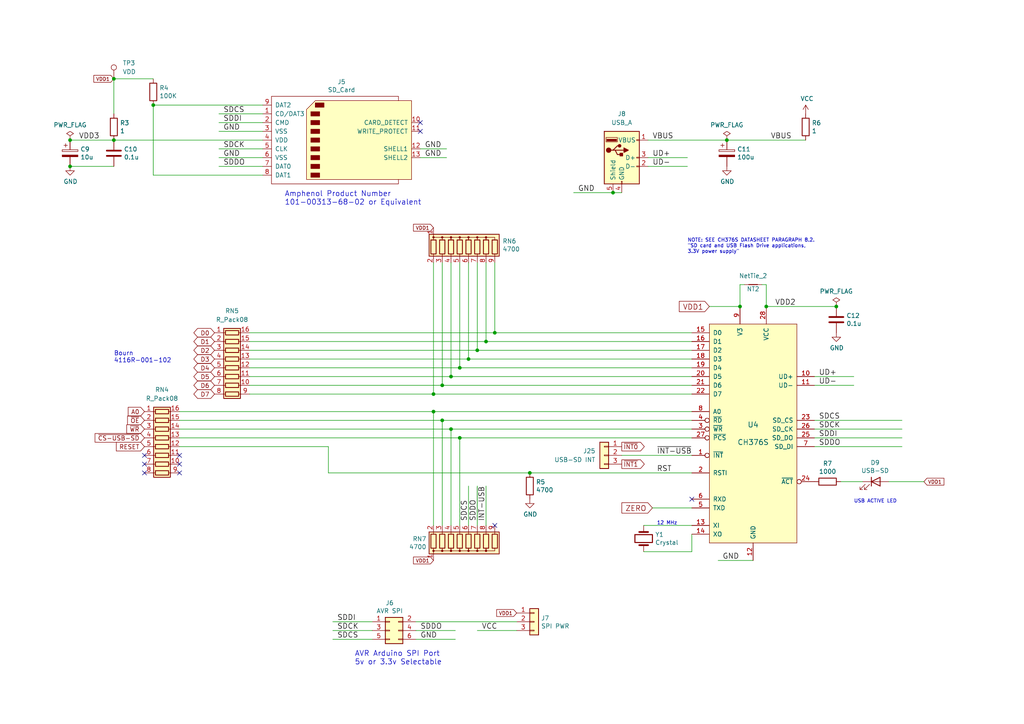
<source format=kicad_sch>
(kicad_sch (version 20211123) (generator eeschema)
  (paper "A4")
  (lib_symbols
    (symbol "CH376S:CH376S" (pin_names (offset 1.016))
      (property "Reference" "U" (at 0 -1.27 0))
      (property "Value" "CH376S" (at 0 -3.81 0))
      (symbol "CH376S_0_1"
        (rectangle (start -12.7 31.75) (end 12.7 -31.75) (fill (type background)))
      )
      (symbol "CH376S_1_1"
        (pin output inverted (at -17.78 -6.35 0) (length 5.08) (name "~{INT}") (number "1"))
        (pin bidirectional line (at 17.78 16.51 180) (length 5.08) (name "UD+") (number "10"))
        (pin bidirectional line (at 17.78 13.97 180) (length 5.08) (name "UD-") (number "11"))
        (pin power_in line (at 0 -36.83 90) (length 5.08) (name "GND") (number "12"))
        (pin input line (at -17.78 -26.67 0) (length 5.08) (name "XI") (number "13"))
        (pin output line (at -17.78 -29.21 0) (length 5.08) (name "XO") (number "14"))
        (pin bidirectional line (at -17.78 29.21 0) (length 5.08) (name "D0") (number "15"))
        (pin bidirectional line (at -17.78 26.67 0) (length 5.08) (name "D1") (number "16"))
        (pin bidirectional line (at -17.78 24.13 0) (length 5.08) (name "D2") (number "17"))
        (pin bidirectional line (at -17.78 21.59 0) (length 5.08) (name "D3") (number "18"))
        (pin bidirectional line (at -17.78 19.05 0) (length 5.08) (name "D4") (number "19"))
        (pin input line (at -17.78 -11.43 0) (length 5.08) (name "RSTI") (number "2"))
        (pin bidirectional line (at -17.78 16.51 0) (length 5.08) (name "D5") (number "20"))
        (pin bidirectional line (at -17.78 13.97 0) (length 5.08) (name "D6") (number "21"))
        (pin bidirectional line (at -17.78 11.43 0) (length 5.08) (name "D7") (number "22"))
        (pin output line (at 17.78 3.81 180) (length 5.08) (name "SD_CS") (number "23"))
        (pin output inverted (at 17.78 -13.97 180) (length 5.08) (name "~{ACT}") (number "24"))
        (pin output line (at 17.78 -1.27 180) (length 5.08) (name "SD_DO") (number "25"))
        (pin output line (at 17.78 1.27 180) (length 5.08) (name "SD_CK") (number "26"))
        (pin input inverted (at -17.78 -1.27 0) (length 5.08) (name "~{PCS}") (number "27"))
        (pin power_in line (at 3.81 36.83 270) (length 5.08) (name "VCC") (number "28"))
        (pin input inverted (at -17.78 1.27 0) (length 5.08) (name "~{WR}") (number "3"))
        (pin input inverted (at -17.78 3.81 0) (length 5.08) (name "~{RD}") (number "4"))
        (pin output line (at -17.78 -21.59 0) (length 5.08) (name "TXD") (number "5"))
        (pin input line (at -17.78 -19.05 0) (length 5.08) (name "RXD") (number "6"))
        (pin input line (at 17.78 -3.81 180) (length 5.08) (name "SD_DI") (number "7"))
        (pin input line (at -17.78 6.35 0) (length 5.08) (name "A0") (number "8"))
        (pin power_in line (at -3.81 36.83 270) (length 5.08) (name "V3") (number "9"))
      )
    )
    (symbol "Connector:SD_Card" (pin_names (offset 1.016))
      (property "Reference" "J" (at -16.51 13.97 0))
      (property "Value" "SD_Card" (at 15.24 -13.97 0))
      (symbol "SD_Card_0_1"
        (rectangle (start -8.89 -9.525) (end -6.35 -10.795) (fill (type outline)))
        (rectangle (start -8.89 -6.985) (end -6.35 -8.255) (fill (type outline)))
        (rectangle (start -8.89 -4.445) (end -6.35 -5.715) (fill (type outline)))
        (rectangle (start -8.89 -1.905) (end -6.35 -3.175) (fill (type outline)))
        (rectangle (start -8.89 0.635) (end -6.35 -0.635) (fill (type outline)))
        (rectangle (start -8.89 3.175) (end -6.35 1.905) (fill (type outline)))
        (rectangle (start -8.89 5.715) (end -6.35 4.445) (fill (type outline)))
        (rectangle (start -8.89 8.255) (end -6.35 6.985) (fill (type outline)))
        (rectangle (start -7.62 10.795) (end -5.08 9.525) (fill (type outline)))
        (polyline (pts (xy -10.16 8.89) (xy -7.62 11.43) (xy 20.32 11.43) (xy 20.32 -11.43) (xy -10.16 -11.43) (xy -10.16 8.89)) (fill (type background)))
        (polyline (pts (xy 16.51 11.43) (xy 16.51 12.7) (xy -20.32 12.7) (xy -20.32 -12.7) (xy 16.51 -12.7) (xy 16.51 -11.43)))
      )
      (symbol "SD_Card_1_1"
        (pin input line (at -22.86 7.62 0) (length 2.54) (name "CD/DAT3") (number "1"))
        (pin input line (at 22.86 5.08 180) (length 2.54) (name "CARD_DETECT") (number "10"))
        (pin input line (at 22.86 2.54 180) (length 2.54) (name "WRITE_PROTECT") (number "11"))
        (pin input line (at 22.86 -2.54 180) (length 2.54) (name "SHELL1") (number "12"))
        (pin input line (at 22.86 -5.08 180) (length 2.54) (name "SHELL2") (number "13"))
        (pin input line (at -22.86 5.08 0) (length 2.54) (name "CMD") (number "2"))
        (pin power_in line (at -22.86 2.54 0) (length 2.54) (name "VSS") (number "3"))
        (pin power_in line (at -22.86 0 0) (length 2.54) (name "VDD") (number "4"))
        (pin input line (at -22.86 -2.54 0) (length 2.54) (name "CLK") (number "5"))
        (pin power_in line (at -22.86 -5.08 0) (length 2.54) (name "VSS") (number "6"))
        (pin input line (at -22.86 -7.62 0) (length 2.54) (name "DAT0") (number "7"))
        (pin input line (at -22.86 -10.16 0) (length 2.54) (name "DAT1") (number "8"))
        (pin input line (at -22.86 10.16 0) (length 2.54) (name "DAT2") (number "9"))
      )
    )
    (symbol "Connector:TestPoint" (pin_numbers hide) (pin_names (offset 0.762) hide)
      (property "Reference" "TP" (at 0 6.858 0))
      (property "Value" "TestPoint" (at 0 5.08 0))
      (symbol "TestPoint_0_1"
        (circle (center 0 3.302) (radius 0.762))
      )
      (symbol "TestPoint_1_1"
        (pin passive line (at 0 0 90) (length 2.54) (name "1") (number "1"))
      )
    )
    (symbol "Connector:USB_A" (pin_names (offset 1.016))
      (property "Reference" "J" (at -5.08 11.43 0))
      (property "Value" "USB_A" (at -5.08 8.89 0))
      (symbol "USB_A_0_1"
        (rectangle (start -5.08 -7.62) (end 5.08 7.62) (stroke (width 0.254)) (fill (type background)))
        (circle (center -3.81 2.159) (radius 0.635) (stroke (width 0.254)) (fill (type outline)))
        (rectangle (start -1.524 4.826) (end -4.318 5.334) (fill (type outline)))
        (rectangle (start -1.27 4.572) (end -4.572 5.842))
        (circle (center -0.635 3.429) (radius 0.381) (stroke (width 0.254)) (fill (type outline)))
        (rectangle (start -0.127 -7.62) (end 0.127 -6.858))
        (polyline (pts (xy -3.175 2.159) (xy -2.54 2.159) (xy -1.27 3.429) (xy -0.635 3.429)) (stroke (width 0.254)))
        (polyline (pts (xy -2.54 2.159) (xy -1.905 2.159) (xy -1.27 0.889) (xy 0 0.889)) (stroke (width 0.254)))
        (polyline (pts (xy 0.635 2.794) (xy 0.635 1.524) (xy 1.905 2.159) (xy 0.635 2.794)) (stroke (width 0.254)) (fill (type outline)))
        (rectangle (start 0.254 1.27) (end -0.508 0.508) (stroke (width 0.254)) (fill (type outline)))
        (rectangle (start 5.08 -2.667) (end 4.318 -2.413))
        (rectangle (start 5.08 -0.127) (end 4.318 0.127))
        (rectangle (start 5.08 4.953) (end 4.318 5.207))
      )
      (symbol "USB_A_1_1"
        (polyline (pts (xy -1.905 2.159) (xy 0.635 2.159)) (stroke (width 0.254)))
        (pin power_in line (at 7.62 5.08 180) (length 2.54) (name "VBUS") (number "1"))
        (pin bidirectional line (at 7.62 -2.54 180) (length 2.54) (name "D-") (number "2"))
        (pin bidirectional line (at 7.62 0 180) (length 2.54) (name "D+") (number "3"))
        (pin power_in line (at 0 -10.16 90) (length 2.54) (name "GND") (number "4"))
        (pin passive line (at -2.54 -10.16 90) (length 2.54) (name "Shield") (number "5"))
      )
    )
    (symbol "Connector_Generic:Conn_01x03" (pin_names (offset 1.016) hide)
      (property "Reference" "J" (at 0 5.08 0))
      (property "Value" "Conn_01x03" (at 0 -5.08 0))
      (symbol "Conn_01x03_1_1"
        (rectangle (start -1.27 -2.413) (end 0 -2.667) (stroke (width 0.1524)))
        (rectangle (start -1.27 0.127) (end 0 -0.127) (stroke (width 0.1524)))
        (rectangle (start -1.27 2.667) (end 0 2.413) (stroke (width 0.1524)))
        (rectangle (start -1.27 3.81) (end 1.27 -3.81) (stroke (width 0.254)) (fill (type background)))
        (pin passive line (at -5.08 2.54 0) (length 3.81) (name "Pin_1") (number "1"))
        (pin passive line (at -5.08 0 0) (length 3.81) (name "Pin_2") (number "2"))
        (pin passive line (at -5.08 -2.54 0) (length 3.81) (name "Pin_3") (number "3"))
      )
    )
    (symbol "Connector_Generic:Conn_02x03_Odd_Even" (pin_names (offset 1.016) hide)
      (property "Reference" "J" (at 1.27 5.08 0))
      (property "Value" "Conn_02x03_Odd_Even" (at 1.27 -5.08 0))
      (symbol "Conn_02x03_Odd_Even_1_1"
        (rectangle (start -1.27 -2.413) (end 0 -2.667) (stroke (width 0.1524)))
        (rectangle (start -1.27 0.127) (end 0 -0.127) (stroke (width 0.1524)))
        (rectangle (start -1.27 2.667) (end 0 2.413) (stroke (width 0.1524)))
        (rectangle (start -1.27 3.81) (end 3.81 -3.81) (stroke (width 0.254)) (fill (type background)))
        (rectangle (start 3.81 -2.413) (end 2.54 -2.667) (stroke (width 0.1524)))
        (rectangle (start 3.81 0.127) (end 2.54 -0.127) (stroke (width 0.1524)))
        (rectangle (start 3.81 2.667) (end 2.54 2.413) (stroke (width 0.1524)))
        (pin passive line (at -5.08 2.54 0) (length 3.81) (name "Pin_1") (number "1"))
        (pin passive line (at 7.62 2.54 180) (length 3.81) (name "Pin_2") (number "2"))
        (pin passive line (at -5.08 0 0) (length 3.81) (name "Pin_3") (number "3"))
        (pin passive line (at 7.62 0 180) (length 3.81) (name "Pin_4") (number "4"))
        (pin passive line (at -5.08 -2.54 0) (length 3.81) (name "Pin_5") (number "5"))
        (pin passive line (at 7.62 -2.54 180) (length 3.81) (name "Pin_6") (number "6"))
      )
    )
    (symbol "Device:C" (pin_numbers hide) (pin_names (offset 0.254))
      (property "Reference" "C" (at 0.635 2.54 0))
      (property "Value" "C" (at 0.635 -2.54 0))
      (symbol "C_0_1"
        (polyline (pts (xy -2.032 -0.762) (xy 2.032 -0.762)) (stroke (width 0.508)))
        (polyline (pts (xy -2.032 0.762) (xy 2.032 0.762)) (stroke (width 0.508)))
      )
      (symbol "C_1_1"
        (pin passive line (at 0 3.81 270) (length 2.794) (name "~") (number "1"))
        (pin passive line (at 0 -3.81 90) (length 2.794) (name "~") (number "2"))
      )
    )
    (symbol "Device:C_Polarized" (pin_numbers hide) (pin_names (offset 0.254))
      (property "Reference" "C" (at 0.635 2.54 0))
      (property "Value" "C_Polarized" (at 0.635 -2.54 0))
      (symbol "C_Polarized_0_1"
        (rectangle (start -2.286 0.508) (end 2.286 1.016))
        (polyline (pts (xy -1.778 2.286) (xy -0.762 2.286)))
        (polyline (pts (xy -1.27 2.794) (xy -1.27 1.778)))
        (rectangle (start 2.286 -0.508) (end -2.286 -1.016) (fill (type outline)))
      )
      (symbol "C_Polarized_1_1"
        (pin passive line (at 0 3.81 270) (length 2.794) (name "~") (number "1"))
        (pin passive line (at 0 -3.81 90) (length 2.794) (name "~") (number "2"))
      )
    )
    (symbol "Device:Crystal" (pin_numbers hide) (pin_names (offset 1.016) hide)
      (property "Reference" "Y" (at 0 3.81 0))
      (property "Value" "Crystal" (at 0 -3.81 0))
      (symbol "Crystal_0_1"
        (rectangle (start -1.143 2.54) (end 1.143 -2.54) (stroke (width 0.3048)))
        (polyline (pts (xy -2.54 0) (xy -1.905 0)))
        (polyline (pts (xy -1.905 -1.27) (xy -1.905 1.27)) (stroke (width 0.508)))
        (polyline (pts (xy 1.905 -1.27) (xy 1.905 1.27)) (stroke (width 0.508)))
        (polyline (pts (xy 2.54 0) (xy 1.905 0)))
      )
      (symbol "Crystal_1_1"
        (pin passive line (at -3.81 0 0) (length 1.27) (name "1") (number "1"))
        (pin passive line (at 3.81 0 180) (length 1.27) (name "2") (number "2"))
      )
    )
    (symbol "Device:LED" (pin_numbers hide) (pin_names (offset 1.016) hide)
      (property "Reference" "D" (at 0 2.54 0))
      (property "Value" "LED" (at 0 -2.54 0))
      (symbol "LED_0_1"
        (polyline (pts (xy -1.27 -1.27) (xy -1.27 1.27)) (stroke (width 0.254)))
        (polyline (pts (xy -1.27 0) (xy 1.27 0)))
        (polyline (pts (xy 1.27 -1.27) (xy 1.27 1.27) (xy -1.27 0) (xy 1.27 -1.27)) (stroke (width 0.254)))
        (polyline (pts (xy -3.048 -0.762) (xy -4.572 -2.286) (xy -3.81 -2.286) (xy -4.572 -2.286) (xy -4.572 -1.524)))
        (polyline (pts (xy -1.778 -0.762) (xy -3.302 -2.286) (xy -2.54 -2.286) (xy -3.302 -2.286) (xy -3.302 -1.524)))
      )
      (symbol "LED_1_1"
        (pin passive line (at -3.81 0 0) (length 2.54) (name "K") (number "1"))
        (pin passive line (at 3.81 0 180) (length 2.54) (name "A") (number "2"))
      )
    )
    (symbol "Device:NetTie_2" (pin_numbers hide) (pin_names (offset 0) hide) (in_bom no)
      (property "Reference" "NT" (at 0 1.27 0))
      (property "Value" "NetTie_2" (at 0 -1.27 0))
      (symbol "NetTie_2_0_1"
        (polyline (pts (xy -1.27 0) (xy 1.27 0)) (stroke (width 0.254)))
      )
      (symbol "NetTie_2_1_1"
        (pin passive line (at -2.54 0 0) (length 2.54) (name "1") (number "1"))
        (pin passive line (at 2.54 0 180) (length 2.54) (name "2") (number "2"))
      )
    )
    (symbol "Device:R" (pin_numbers hide) (pin_names (offset 0))
      (property "Reference" "R" (at 2.032 0 90))
      (property "Value" "R" (at 0 0 90))
      (symbol "R_0_1"
        (rectangle (start -1.016 -2.54) (end 1.016 2.54) (stroke (width 0.254)))
      )
      (symbol "R_1_1"
        (pin passive line (at 0 3.81 270) (length 1.27) (name "~") (number "1"))
        (pin passive line (at 0 -3.81 90) (length 1.27) (name "~") (number "2"))
      )
    )
    (symbol "Device:R_Network08" (pin_names (offset 0) hide)
      (property "Reference" "RN" (at -12.7 0 90))
      (property "Value" "R_Network08" (at 10.16 0 90))
      (symbol "R_Network08_0_1"
        (rectangle (start -11.43 -3.175) (end 8.89 3.175) (stroke (width 0.254)) (fill (type background)))
        (rectangle (start -10.922 1.524) (end -9.398 -2.54) (stroke (width 0.254)))
        (circle (center -10.16 2.286) (radius 0.254) (fill (type outline)))
        (rectangle (start -8.382 1.524) (end -6.858 -2.54) (stroke (width 0.254)))
        (circle (center -7.62 2.286) (radius 0.254) (fill (type outline)))
        (rectangle (start -5.842 1.524) (end -4.318 -2.54) (stroke (width 0.254)))
        (circle (center -5.08 2.286) (radius 0.254) (fill (type outline)))
        (rectangle (start -3.302 1.524) (end -1.778 -2.54) (stroke (width 0.254)))
        (circle (center -2.54 2.286) (radius 0.254) (fill (type outline)))
        (rectangle (start -0.762 1.524) (end 0.762 -2.54) (stroke (width 0.254)))
        (polyline (pts (xy -10.16 -2.54) (xy -10.16 -3.81)))
        (polyline (pts (xy -7.62 -2.54) (xy -7.62 -3.81)))
        (polyline (pts (xy -5.08 -2.54) (xy -5.08 -3.81)))
        (polyline (pts (xy -2.54 -2.54) (xy -2.54 -3.81)))
        (polyline (pts (xy 0 -2.54) (xy 0 -3.81)))
        (polyline (pts (xy 2.54 -2.54) (xy 2.54 -3.81)))
        (polyline (pts (xy 5.08 -2.54) (xy 5.08 -3.81)))
        (polyline (pts (xy 7.62 -2.54) (xy 7.62 -3.81)))
        (polyline (pts (xy -10.16 1.524) (xy -10.16 2.286) (xy -7.62 2.286) (xy -7.62 1.524)))
        (polyline (pts (xy -7.62 1.524) (xy -7.62 2.286) (xy -5.08 2.286) (xy -5.08 1.524)))
        (polyline (pts (xy -5.08 1.524) (xy -5.08 2.286) (xy -2.54 2.286) (xy -2.54 1.524)))
        (polyline (pts (xy -2.54 1.524) (xy -2.54 2.286) (xy 0 2.286) (xy 0 1.524)))
        (polyline (pts (xy 0 1.524) (xy 0 2.286) (xy 2.54 2.286) (xy 2.54 1.524)))
        (polyline (pts (xy 2.54 1.524) (xy 2.54 2.286) (xy 5.08 2.286) (xy 5.08 1.524)))
        (polyline (pts (xy 5.08 1.524) (xy 5.08 2.286) (xy 7.62 2.286) (xy 7.62 1.524)))
        (circle (center 0 2.286) (radius 0.254) (fill (type outline)))
        (rectangle (start 1.778 1.524) (end 3.302 -2.54) (stroke (width 0.254)))
        (circle (center 2.54 2.286) (radius 0.254) (fill (type outline)))
        (rectangle (start 4.318 1.524) (end 5.842 -2.54) (stroke (width 0.254)))
        (circle (center 5.08 2.286) (radius 0.254) (fill (type outline)))
        (rectangle (start 6.858 1.524) (end 8.382 -2.54) (stroke (width 0.254)))
      )
      (symbol "R_Network08_1_1"
        (pin passive line (at -10.16 5.08 270) (length 2.54) (name "common") (number "1"))
        (pin passive line (at -10.16 -5.08 90) (length 1.27) (name "R1") (number "2"))
        (pin passive line (at -7.62 -5.08 90) (length 1.27) (name "R2") (number "3"))
        (pin passive line (at -5.08 -5.08 90) (length 1.27) (name "R3") (number "4"))
        (pin passive line (at -2.54 -5.08 90) (length 1.27) (name "R4") (number "5"))
        (pin passive line (at 0 -5.08 90) (length 1.27) (name "R5") (number "6"))
        (pin passive line (at 2.54 -5.08 90) (length 1.27) (name "R6") (number "7"))
        (pin passive line (at 5.08 -5.08 90) (length 1.27) (name "R7") (number "8"))
        (pin passive line (at 7.62 -5.08 90) (length 1.27) (name "R8") (number "9"))
      )
    )
    (symbol "Device:R_Pack08" (pin_names (offset 0) hide)
      (property "Reference" "RN" (at -12.7 0 90))
      (property "Value" "R_Pack08" (at 10.16 0 90))
      (symbol "R_Pack08_0_1"
        (rectangle (start -11.43 -2.413) (end 8.89 2.413) (stroke (width 0.254)) (fill (type background)))
        (rectangle (start -10.795 1.905) (end -9.525 -1.905) (stroke (width 0.254)))
        (rectangle (start -8.255 1.905) (end -6.985 -1.905) (stroke (width 0.254)))
        (rectangle (start -5.715 1.905) (end -4.445 -1.905) (stroke (width 0.254)))
        (rectangle (start -3.175 1.905) (end -1.905 -1.905) (stroke (width 0.254)))
        (rectangle (start -0.635 1.905) (end 0.635 -1.905) (stroke (width 0.254)))
        (polyline (pts (xy -10.16 -2.54) (xy -10.16 -1.905)))
        (polyline (pts (xy -10.16 1.905) (xy -10.16 2.54)))
        (polyline (pts (xy -7.62 -2.54) (xy -7.62 -1.905)))
        (polyline (pts (xy -7.62 1.905) (xy -7.62 2.54)))
        (polyline (pts (xy -5.08 -2.54) (xy -5.08 -1.905)))
        (polyline (pts (xy -5.08 1.905) (xy -5.08 2.54)))
        (polyline (pts (xy -2.54 -2.54) (xy -2.54 -1.905)))
        (polyline (pts (xy -2.54 1.905) (xy -2.54 2.54)))
        (polyline (pts (xy 0 -2.54) (xy 0 -1.905)))
        (polyline (pts (xy 0 1.905) (xy 0 2.54)))
        (polyline (pts (xy 2.54 -2.54) (xy 2.54 -1.905)))
        (polyline (pts (xy 2.54 1.905) (xy 2.54 2.54)))
        (polyline (pts (xy 5.08 -2.54) (xy 5.08 -1.905)))
        (polyline (pts (xy 5.08 1.905) (xy 5.08 2.54)))
        (polyline (pts (xy 7.62 -2.54) (xy 7.62 -1.905)))
        (polyline (pts (xy 7.62 1.905) (xy 7.62 2.54)))
        (rectangle (start 1.905 1.905) (end 3.175 -1.905) (stroke (width 0.254)))
        (rectangle (start 4.445 1.905) (end 5.715 -1.905) (stroke (width 0.254)))
        (rectangle (start 6.985 1.905) (end 8.255 -1.905) (stroke (width 0.254)))
      )
      (symbol "R_Pack08_1_1"
        (pin passive line (at -10.16 -5.08 90) (length 2.54) (name "R1.1") (number "1"))
        (pin passive line (at 5.08 5.08 270) (length 2.54) (name "R7.2") (number "10"))
        (pin passive line (at 2.54 5.08 270) (length 2.54) (name "R6.2") (number "11"))
        (pin passive line (at 0 5.08 270) (length 2.54) (name "R5.2") (number "12"))
        (pin passive line (at -2.54 5.08 270) (length 2.54) (name "R4.2") (number "13"))
        (pin passive line (at -5.08 5.08 270) (length 2.54) (name "R3.2") (number "14"))
        (pin passive line (at -7.62 5.08 270) (length 2.54) (name "R2.2") (number "15"))
        (pin passive line (at -10.16 5.08 270) (length 2.54) (name "R1.2") (number "16"))
        (pin passive line (at -7.62 -5.08 90) (length 2.54) (name "R2.1") (number "2"))
        (pin passive line (at -5.08 -5.08 90) (length 2.54) (name "R3.1") (number "3"))
        (pin passive line (at -2.54 -5.08 90) (length 2.54) (name "R4.1") (number "4"))
        (pin passive line (at 0 -5.08 90) (length 2.54) (name "R5.1") (number "5"))
        (pin passive line (at 2.54 -5.08 90) (length 2.54) (name "R6.1") (number "6"))
        (pin passive line (at 5.08 -5.08 90) (length 2.54) (name "R7.1") (number "7"))
        (pin passive line (at 7.62 -5.08 90) (length 2.54) (name "R8.1") (number "8"))
        (pin passive line (at 7.62 5.08 270) (length 2.54) (name "R8.2") (number "9"))
      )
    )
    (symbol "power:GND" (power) (pin_names (offset 0))
      (property "Value" "GND" (at 0 -3.81 0))
      (symbol "GND_0_1"
        (polyline (pts (xy 0 0) (xy 0 -1.27) (xy 1.27 -1.27) (xy 0 -2.54) (xy -1.27 -1.27) (xy 0 -1.27)))
      )
      (symbol "GND_1_1"
        (pin power_in line (at 0 0 270) (length 0) hide (name "GND") (number "1"))
      )
    )
    (symbol "power:PWR_FLAG" (power) (pin_numbers hide) (pin_names (offset 0) hide)
      (property "Value" "PWR_FLAG" (at 0 3.81 0))
      (symbol "PWR_FLAG_0_0"
        (pin power_out line (at 0 0 90) (length 0) (name "pwr") (number "1"))
      )
      (symbol "PWR_FLAG_0_1"
        (polyline (pts (xy 0 0) (xy 0 1.27) (xy -1.016 1.905) (xy 0 2.54) (xy 1.016 1.905) (xy 0 1.27)))
      )
    )
    (symbol "power:VCC" (power) (pin_names (offset 0))
      (property "Value" "VCC" (at 0 3.81 0))
      (symbol "VCC_0_1"
        (polyline (pts (xy -0.762 1.27) (xy 0 2.54)))
        (polyline (pts (xy 0 0) (xy 0 2.54)))
        (polyline (pts (xy 0 2.54) (xy 0.762 1.27)))
      )
      (symbol "VCC_1_1"
        (pin power_in line (at 0 0 90) (length 0) hide (name "VCC") (number "1"))
      )
    )
  )
  (junction (at 153.67 137.16))
  (junction (at 143.51 96.52))
  (junction (at 128.27 121.92))
  (junction (at 140.97 99.06))
  (junction (at 130.81 124.46))
  (junction (at 135.89 104.14))
  (junction (at 130.81 109.22))
  (junction (at 128.27 111.76))
  (junction (at 125.73 119.38))
  (junction (at 20.32 48.26))
  (junction (at 33.02 22.86))
  (junction (at 20.32 40.64))
  (junction (at 138.43 101.6))
  (junction (at 133.35 106.68))
  (junction (at 133.35 127))
  (junction (at 214.63 88.9))
  (junction (at 125.73 114.3))
  (junction (at 44.45 30.48))
  (junction (at 242.57 88.9))
  (junction (at 222.25 88.9))
  (junction (at 210.82 40.64))
  (junction (at 177.8 55.88))
  (junction (at 33.02 40.64))
  (no_connect (at 121.92 38.1))
  (no_connect (at 41.91 134.62))
  (no_connect (at 121.92 35.56))
  (no_connect (at 200.66 144.78))
  (no_connect (at 41.91 137.16))
  (no_connect (at 143.51 152.4))
  (no_connect (at 52.07 134.62))
  (no_connect (at 52.07 137.16))
  (no_connect (at 52.07 132.08))
  (no_connect (at 41.91 132.08))
  (wire (pts (xy 236.22 124.46) (xy 261.62 124.46)))
  (wire (pts (xy 236.22 121.92) (xy 261.62 121.92)))
  (wire (pts (xy 33.02 40.64) (xy 76.2 40.64)))
  (wire (pts (xy 180.34 132.08) (xy 200.66 132.08)))
  (wire (pts (xy 72.39 101.6) (xy 138.43 101.6)))
  (wire (pts (xy 95.25 129.54) (xy 95.25 137.16)))
  (wire (pts (xy 200.66 160.02) (xy 186.69 160.02)))
  (wire (pts (xy 133.35 127) (xy 200.66 127)))
  (wire (pts (xy 72.39 104.14) (xy 135.89 104.14)))
  (wire (pts (xy 247.65 109.22) (xy 236.22 109.22)))
  (wire (pts (xy 129.54 43.18) (xy 121.92 43.18)))
  (wire (pts (xy 120.65 182.88) (xy 132.08 182.88)))
  (wire (pts (xy 130.81 124.46) (xy 200.66 124.46)))
  (wire (pts (xy 243.84 139.7) (xy 250.19 139.7)))
  (wire (pts (xy 72.39 111.76) (xy 128.27 111.76)))
  (wire (pts (xy 140.97 76.2) (xy 140.97 99.06)))
  (wire (pts (xy 63.5 33.02) (xy 76.2 33.02)))
  (wire (pts (xy 95.25 137.16) (xy 153.67 137.16)))
  (wire (pts (xy 52.07 119.38) (xy 125.73 119.38)))
  (wire (pts (xy 96.52 180.34) (xy 107.95 180.34)))
  (wire (pts (xy 205.74 88.9) (xy 214.63 88.9)))
  (wire (pts (xy 220.98 82.55) (xy 222.25 82.55)))
  (wire (pts (xy 187.96 45.72) (xy 199.39 45.72)))
  (wire (pts (xy 44.45 30.48) (xy 44.45 50.8)))
  (wire (pts (xy 200.66 154.94) (xy 200.66 160.02)))
  (wire (pts (xy 72.39 96.52) (xy 143.51 96.52)))
  (wire (pts (xy 186.69 152.4) (xy 200.66 152.4)))
  (wire (pts (xy 125.73 152.4) (xy 125.73 119.38)))
  (wire (pts (xy 177.8 55.88) (xy 180.34 55.88)))
  (wire (pts (xy 72.39 109.22) (xy 130.81 109.22)))
  (wire (pts (xy 125.73 114.3) (xy 200.66 114.3)))
  (wire (pts (xy 96.52 185.42) (xy 107.95 185.42)))
  (wire (pts (xy 76.2 35.56) (xy 63.5 35.56)))
  (wire (pts (xy 128.27 76.2) (xy 128.27 111.76)))
  (wire (pts (xy 236.22 127) (xy 261.62 127)))
  (wire (pts (xy 130.81 152.4) (xy 130.81 124.46)))
  (wire (pts (xy 153.67 137.16) (xy 200.66 137.16)))
  (wire (pts (xy 76.2 38.1) (xy 63.5 38.1)))
  (wire (pts (xy 135.89 104.14) (xy 200.66 104.14)))
  (wire (pts (xy 120.65 185.42) (xy 132.08 185.42)))
  (wire (pts (xy 199.39 48.26) (xy 187.96 48.26)))
  (wire (pts (xy 128.27 111.76) (xy 200.66 111.76)))
  (wire (pts (xy 33.02 40.64) (xy 20.32 40.64)))
  (wire (pts (xy 267.97 139.7) (xy 257.81 139.7)))
  (wire (pts (xy 138.43 182.88) (xy 149.86 182.88)))
  (wire (pts (xy 52.07 129.54) (xy 95.25 129.54)))
  (wire (pts (xy 187.96 40.64) (xy 210.82 40.64)))
  (wire (pts (xy 130.81 109.22) (xy 200.66 109.22)))
  (wire (pts (xy 76.2 43.18) (xy 63.5 43.18)))
  (wire (pts (xy 20.32 48.26) (xy 33.02 48.26)))
  (wire (pts (xy 128.27 121.92) (xy 200.66 121.92)))
  (wire (pts (xy 177.8 55.88) (xy 166.37 55.88)))
  (wire (pts (xy 76.2 45.72) (xy 63.5 45.72)))
  (wire (pts (xy 133.35 76.2) (xy 133.35 106.68)))
  (wire (pts (xy 236.22 129.54) (xy 261.62 129.54)))
  (wire (pts (xy 222.25 82.55) (xy 222.25 88.9)))
  (wire (pts (xy 72.39 99.06) (xy 140.97 99.06)))
  (wire (pts (xy 130.81 76.2) (xy 130.81 109.22)))
  (wire (pts (xy 33.02 22.86) (xy 44.45 22.86)))
  (wire (pts (xy 125.73 119.38) (xy 200.66 119.38)))
  (wire (pts (xy 140.97 140.97) (xy 140.97 152.4)))
  (wire (pts (xy 129.54 45.72) (xy 121.92 45.72)))
  (wire (pts (xy 214.63 82.55) (xy 215.9 82.55)))
  (wire (pts (xy 96.52 182.88) (xy 107.95 182.88)))
  (wire (pts (xy 128.27 152.4) (xy 128.27 121.92)))
  (wire (pts (xy 52.07 124.46) (xy 130.81 124.46)))
  (wire (pts (xy 138.43 76.2) (xy 138.43 101.6)))
  (wire (pts (xy 52.07 121.92) (xy 128.27 121.92)))
  (wire (pts (xy 44.45 50.8) (xy 76.2 50.8)))
  (wire (pts (xy 143.51 76.2) (xy 143.51 96.52)))
  (wire (pts (xy 72.39 114.3) (xy 125.73 114.3)))
  (wire (pts (xy 76.2 48.26) (xy 63.5 48.26)))
  (wire (pts (xy 208.28 162.56) (xy 218.44 162.56)))
  (wire (pts (xy 135.89 152.4) (xy 135.89 140.97)))
  (wire (pts (xy 138.43 101.6) (xy 200.66 101.6)))
  (wire (pts (xy 143.51 96.52) (xy 200.66 96.52)))
  (wire (pts (xy 52.07 127) (xy 133.35 127)))
  (wire (pts (xy 138.43 140.97) (xy 138.43 152.4)))
  (wire (pts (xy 247.65 111.76) (xy 236.22 111.76)))
  (wire (pts (xy 210.82 40.64) (xy 233.68 40.64)))
  (wire (pts (xy 133.35 106.68) (xy 72.39 106.68)))
  (wire (pts (xy 120.65 180.34) (xy 149.86 180.34)))
  (wire (pts (xy 214.63 88.9) (xy 214.63 82.55)))
  (wire (pts (xy 189.23 147.32) (xy 200.66 147.32)))
  (wire (pts (xy 33.02 22.86) (xy 33.02 33.02)))
  (wire (pts (xy 222.25 88.9) (xy 242.57 88.9)))
  (wire (pts (xy 133.35 106.68) (xy 200.66 106.68)))
  (wire (pts (xy 140.97 99.06) (xy 200.66 99.06)))
  (wire (pts (xy 133.35 127) (xy 133.35 152.4)))
  (wire (pts (xy 44.45 30.48) (xy 76.2 30.48)))
  (wire (pts (xy 135.89 76.2) (xy 135.89 104.14)))
  (wire (pts (xy 125.73 76.2) (xy 125.73 114.3)))
  (text "12 MHz" (at 190.5 152.4 0) (effects (font (size 1.016 1.016)) (justify left bottom)))
  (text "Amphenol Product Number \n101-00313-68-02 or Equivalent" (at 82.55 59.69 0) (effects (font (size 1.524 1.524)) (justify left bottom)))
  (text "AVR Arduino SPI Port\n5v or 3.3v Selectable" (at 102.87 193.04 0) (effects (font (size 1.524 1.524)) (justify left bottom)))
  (text "USB ACTIVE LED" (at 247.65 146.05 0) (effects (font (size 1.016 1.016)) (justify left bottom)))
  (text "Bourn\n4116R-001-102" (at 33.02 105.41 0) (effects (font (size 1.27 1.27)) (justify left bottom)))
  (text "NOTE: SEE CH376S DATASHEET PARAGRAPH 8.2. \n\"SD card and USB Flash Drive applications, \n3.3V power supply\"" (at 199.39 73.66 0) (effects (font (size 1.016 1.016)) (justify left bottom)))
  (label "GND" (at 123.19 43.18 0) (effects (font (size 1.524 1.524))))
  (label "GND" (at 121.92 185.42 0) (effects (font (size 1.524 1.524))))
  (label "UD-" (at 189.23 48.26 0) (effects (font (size 1.524 1.524))))
  (label "SDCK" (at 237.49 124.46 0) (effects (font (size 1.524 1.524))))
  (label "GND" (at 64.77 38.1 0) (effects (font (size 1.524 1.524))))
  (label "SDCS" (at 237.49 121.92 0) (effects (font (size 1.524 1.524))))
  (label "SDCK" (at 97.79 182.88 0) (effects (font (size 1.524 1.524))))
  (label "GND" (at 167.64 55.88 0) (effects (font (size 1.524 1.524))))
  (label "SDDO" (at 138.43 151.13 90) (effects (font (size 1.524 1.524))))
  (label "SDDI" (at 97.79 180.34 0) (effects (font (size 1.524 1.524))))
  (label "SDDO" (at 237.49 129.54 0) (effects (font (size 1.524 1.524))))
  (label "~{INT-USB}" (at 190.5 132.08 0) (effects (font (size 1.524 1.524))))
  (label "UD+" (at 237.49 109.22 0) (effects (font (size 1.524 1.524))))
  (label "VDD2" (at 224.79 88.9 0) (effects (font (size 1.524 1.524))))
  (label "GND" (at 64.77 45.72 0) (effects (font (size 1.524 1.524))))
  (label "SDDO" (at 64.77 48.26 0) (effects (font (size 1.524 1.524))))
  (label "RST" (at 190.5 137.16 0) (effects (font (size 1.524 1.524))))
  (label "SDDO" (at 121.92 182.88 0) (effects (font (size 1.524 1.524))))
  (label "UD+" (at 189.23 45.72 0) (effects (font (size 1.524 1.524))))
  (label "SDDI" (at 237.49 127 0) (effects (font (size 1.524 1.524))))
  (label "SDDI" (at 64.77 35.56 0) (effects (font (size 1.524 1.524))))
  (label "UD-" (at 237.49 111.76 0) (effects (font (size 1.524 1.524))))
  (label "GND" (at 209.55 162.56 0) (effects (font (size 1.524 1.524))))
  (label "VBUS" (at 189.23 40.64 0) (effects (font (size 1.524 1.524))))
  (label "SDCS" (at 135.89 151.13 90) (effects (font (size 1.524 1.524))))
  (label "VDD3" (at 22.86 40.64 0) (effects (font (size 1.524 1.524))))
  (label "SDCS" (at 97.79 185.42 0) (effects (font (size 1.524 1.524))))
  (label "VBUS" (at 223.52 40.64 0) (effects (font (size 1.524 1.524))))
  (label "GND" (at 123.19 45.72 0) (effects (font (size 1.524 1.524))))
  (label "VCC" (at 139.7 182.88 0) (effects (font (size 1.524 1.524))))
  (label "~{INT-USB}" (at 140.97 151.13 90) (effects (font (size 1.524 1.524))))
  (label "SDCS" (at 64.77 33.02 0) (effects (font (size 1.524 1.524))))
  (label "SDCK" (at 64.77 43.18 0) (effects (font (size 1.524 1.524))))
  (global_label "~{INT0}" (shape output) (at 180.34 129.54 0) (property "Intersheet References" "${INTERSHEET_REFS}" (effects hide)))
  (global_label "D3" (shape bidirectional) (at 62.23 104.14 180) (property "Intersheet References" "${INTERSHEET_REFS}" (effects hide)))
  (global_label "ZERO" (shape input) (at 189.23 147.32 180) (effects (font (size 1.524 1.524))) (property "Intersheet References" "${INTERSHEET_REFS}" (effects hide)))
  (global_label "D7" (shape bidirectional) (at 62.23 114.3 180) (property "Intersheet References" "${INTERSHEET_REFS}" (effects hide)))
  (global_label "VDD1" (shape input) (at 205.74 88.9 180) (effects (font (size 1.524 1.524))) (property "Intersheet References" "${INTERSHEET_REFS}" (effects hide)))
  (global_label "~{INT1}" (shape output) (at 180.34 134.62 0) (property "Intersheet References" "${INTERSHEET_REFS}" (effects hide)))
  (global_label "~{OE}" (shape input) (at 41.91 121.92 180) (property "Intersheet References" "${INTERSHEET_REFS}" (effects hide)))
  (global_label "D2" (shape bidirectional) (at 62.23 101.6 180) (property "Intersheet References" "${INTERSHEET_REFS}" (effects hide)))
  (global_label "~{WR}" (shape input) (at 41.91 124.46 180) (property "Intersheet References" "${INTERSHEET_REFS}" (effects hide)))
  (global_label "A0" (shape input) (at 41.91 119.38 180) (property "Intersheet References" "${INTERSHEET_REFS}" (effects hide)))
  (global_label "VDD1" (shape input) (at 125.73 162.56 180) (effects (font (size 1.016 1.016))) (property "Intersheet References" "${INTERSHEET_REFS}" (effects hide)))
  (global_label "VDD1" (shape input) (at 125.73 66.04 180) (effects (font (size 1.016 1.016))) (property "Intersheet References" "${INTERSHEET_REFS}" (effects hide)))
  (global_label "D5" (shape bidirectional) (at 62.23 109.22 180) (property "Intersheet References" "${INTERSHEET_REFS}" (effects hide)))
  (global_label "D4" (shape bidirectional) (at 62.23 106.68 180) (property "Intersheet References" "${INTERSHEET_REFS}" (effects hide)))
  (global_label "RESET" (shape input) (at 41.91 129.54 180) (property "Intersheet References" "${INTERSHEET_REFS}" (effects hide)))
  (global_label "VDD1" (shape input) (at 149.86 177.8 180) (effects (font (size 1.016 1.016))) (property "Intersheet References" "${INTERSHEET_REFS}" (effects hide)))
  (global_label "D1" (shape bidirectional) (at 62.23 99.06 180) (property "Intersheet References" "${INTERSHEET_REFS}" (effects hide)))
  (global_label "VDD1" (shape input) (at 267.97 139.7 0) (effects (font (size 1.016 1.016))) (property "Intersheet References" "${INTERSHEET_REFS}" (effects hide)))
  (global_label "D6" (shape bidirectional) (at 62.23 111.76 180) (property "Intersheet References" "${INTERSHEET_REFS}" (effects hide)))
  (global_label "~{CS-USB-SD}" (shape input) (at 41.91 127 180) (property "Intersheet References" "${INTERSHEET_REFS}" (effects hide)))
  (global_label "D0" (shape bidirectional) (at 62.23 96.52 180) (property "Intersheet References" "${INTERSHEET_REFS}" (effects hide)))
  (global_label "VDD1" (shape input) (at 33.02 22.86 180) (effects (font (size 1.016 1.016))) (property "Intersheet References" "${INTERSHEET_REFS}" (effects hide)))
  (symbol (lib_id "Device:C_Polarized") (at 20.32 44.45 0) (unit 1)
    (property "Reference" "C9" (at 23.3172 43.2816 0) (effects (justify left)))
    (property "Value" "10u" (at 23.3172 45.593 0) (effects (justify left)))
    (property "Footprint" "Capacitor_THT:CP_Radial_D5.0mm_P2.50mm" (effects hide))
  )
  (symbol (lib_id "Device:C_Polarized") (at 210.82 44.45 0) (unit 1)
    (property "Reference" "C11" (at 213.8172 43.2816 0) (effects (justify left)))
    (property "Value" "100u" (at 213.8172 45.593 0) (effects (justify left)))
    (property "Footprint" "Capacitor_THT:CP_Radial_D6.3mm_P2.50mm" (effects hide))
  )
  (symbol (lib_id "Device:R_Network08") (at 135.89 157.48 0) (mirror x) (unit 1)
    (property "Reference" "RN7" (at 123.698 156.3116 0) (effects (justify right)))
    (property "Value" "4700" (at 123.698 158.623 0) (effects (justify right)))
    (property "Footprint" "Resistor_THT:R_Array_SIP9" (effects hide))
    (property "Datasheet" "http://www.vishay.com/docs/31509/csc.pdf" (effects hide))
  )
  (symbol (lib_id "power:VCC") (at 233.68 33.02 0) (unit 1)
    (property "Reference" "#PWR013" (effects hide))
    (property "Value" "VCC" (at 234.061 28.6258 0))
  )
  (symbol (lib_id "Device:R") (at 33.02 36.83 0) (unit 1)
    (property "Reference" "R3" (at 34.798 35.6616 0) (effects (justify left)))
    (property "Value" "1" (at 34.798 37.973 0) (effects (justify left)))
    (property "Footprint" "Resistor_THT:R_Axial_DIN0207_L6.3mm_D2.5mm_P7.62mm_Horizontal" (effects hide))
  )
  (symbol (lib_id "Device:R") (at 240.03 139.7 270) (unit 1)
    (property "Reference" "R7" (at 240.03 134.4422 90))
    (property "Value" "1000" (at 240.03 136.7536 90))
    (property "Footprint" "Resistor_THT:R_Axial_DIN0207_L6.3mm_D2.5mm_P7.62mm_Horizontal" (effects hide))
  )
  (symbol (lib_id "Device:R") (at 233.68 36.83 0) (unit 1)
    (property "Reference" "R6" (at 235.458 35.6616 0) (effects (justify left)))
    (property "Value" "1" (at 235.458 37.973 0) (effects (justify left)))
    (property "Footprint" "Resistor_THT:R_Axial_DIN0207_L6.3mm_D2.5mm_P7.62mm_Horizontal" (effects hide))
  )
  (symbol (lib_id "Device:C") (at 33.02 44.45 0) (unit 1)
    (property "Reference" "C10" (at 35.941 43.2816 0) (effects (justify left)))
    (property "Value" "0.1u" (at 35.941 45.593 0) (effects (justify left)))
    (property "Footprint" "Capacitor_THT:C_Disc_D5.0mm_W2.5mm_P5.00mm" (effects hide))
  )
  (symbol (lib_id "Device:R_Pack08") (at 46.99 129.54 270) (unit 1)
    (property "Reference" "RN4" (at 46.99 113.03 90))
    (property "Value" "R_Pack08" (at 46.99 115.57 90))
    (property "Footprint" "Package_DIP:DIP-16_W7.62mm_Socket" (effects hide))
  )
  (symbol (lib_id "power:PWR_FLAG") (at 20.32 40.64 0) (unit 1)
    (property "Reference" "#FLG01" (effects hide))
    (property "Value" "PWR_FLAG" (at 20.32 36.2458 0))
  )
  (symbol (lib_id "Device:LED") (at 254 139.7 0) (unit 1)
    (property "Reference" "D9" (at 253.8222 134.1882 0))
    (property "Value" "USB-SD" (at 253.8222 136.4996 0))
    (property "Footprint" "LED_THT:LED_D3.0mm" (effects hide))
  )
  (symbol (lib_id "Connector:TestPoint") (at 33.02 22.86 0) (unit 1)
    (property "Reference" "TP3" (at 35.56 18.2879 0) (effects (justify left)))
    (property "Value" "VDD" (at 35.56 20.8279 0) (effects (justify left)))
    (property "Footprint" "Connector_PinHeader_2.54mm:PinHeader_1x01_P2.54mm_Vertical" (effects hide))
  )
  (symbol (lib_id "Device:C") (at 242.57 92.71 0) (unit 1)
    (property "Reference" "C12" (at 245.491 91.5416 0) (effects (justify left)))
    (property "Value" "0.1u" (at 245.491 93.853 0) (effects (justify left)))
    (property "Footprint" "Capacitor_THT:C_Disc_D5.0mm_W2.5mm_P5.00mm" (effects hide))
  )
  (symbol (lib_id "CH376S:CH376S") (at 218.44 125.73 0) (unit 1)
    (property "Reference" "U4" (at 218.44 123.19 0) (effects (font (size 1.524 1.524))))
    (property "Value" "CH376S" (at 218.44 128.27 0) (effects (font (size 1.524 1.524))))
    (property "Footprint" "Package_DIP:DIP-28_W15.24mm_Socket" (effects hide))
  )
  (symbol (lib_id "Connector:USB_A") (at 180.34 45.72 0) (unit 1)
    (property "Reference" "J8" (at 180.34 33.02 0))
    (property "Value" "USB_A" (at 180.34 35.56 0))
    (property "Footprint" "Connector_USB:USB_A_Molex_67643_Horizontal" (effects hide))
    (property "Datasheet" " ~" (effects hide))
  )
  (symbol (lib_id "Connector_Generic:Conn_01x03") (at 175.26 132.08 0) (mirror y) (unit 1)
    (property "Reference" "J25" (at 172.72 130.8099 0) (effects (justify left)))
    (property "Value" "USB-SD INT" (at 172.72 133.3499 0) (effects (justify left)))
    (property "Footprint" "Connector_PinHeader_2.54mm:PinHeader_1x03_P2.54mm_Vertical" (effects hide))
  )
  (symbol (lib_id "Connector:SD_Card") (at 99.06 40.64 0) (unit 1)
    (property "Reference" "J5" (at 99.06 23.749 0))
    (property "Value" "SD_Card" (at 99.06 26.0604 0))
    (property "Footprint" "Amphenol SD Card:SD_Card_Receptacle" (effects hide))
    (property "Datasheet" "http://portal.fciconnect.com/Comergent//fci/drawing/10067847.pdf" (effects hide))
  )
  (symbol (lib_id "power:GND") (at 242.57 96.52 0) (unit 1)
    (property "Reference" "#PWR014" (effects hide))
    (property "Value" "GND" (at 242.697 100.9142 0))
  )
  (symbol (lib_id "Device:R") (at 153.67 140.97 0) (unit 1)
    (property "Reference" "R5" (at 155.448 139.8016 0) (effects (justify left)))
    (property "Value" "4700" (at 155.448 142.113 0) (effects (justify left)))
    (property "Footprint" "Resistor_THT:R_Axial_DIN0207_L6.3mm_D2.5mm_P7.62mm_Horizontal" (effects hide))
  )
  (symbol (lib_id "power:PWR_FLAG") (at 210.82 40.64 0) (unit 1)
    (property "Reference" "#FLG02" (effects hide))
    (property "Value" "PWR_FLAG" (at 210.82 36.2458 0))
  )
  (symbol (lib_id "power:GND") (at 153.67 144.78 0) (unit 1)
    (property "Reference" "#PWR011" (effects hide))
    (property "Value" "GND" (at 153.797 149.1742 0))
  )
  (symbol (lib_id "power:GND") (at 20.32 48.26 0) (unit 1)
    (property "Reference" "#PWR09" (effects hide))
    (property "Value" "GND" (at 20.447 52.6542 0))
  )
  (symbol (lib_id "power:PWR_FLAG") (at 242.57 88.9 0) (unit 1)
    (property "Reference" "#FLG03" (effects hide))
    (property "Value" "PWR_FLAG" (at 242.57 84.5058 0))
  )
  (symbol (lib_id "power:GND") (at 210.82 48.26 0) (unit 1)
    (property "Reference" "#PWR012" (effects hide))
    (property "Value" "GND" (at 210.947 52.6542 0))
  )
  (symbol (lib_id "Device:NetTie_2") (at 218.44 82.55 180) (unit 1) (in_bom no)
    (property "Reference" "NT2" (at 218.44 83.82 0))
    (property "Value" "NetTie_2" (at 218.44 80.01 0))
    (property "Footprint" "NetTie:NetTie-2_THT_Pad0.3mm" (effects hide))
  )
  (symbol (lib_id "Connector_Generic:Conn_01x03") (at 154.94 180.34 0) (unit 1)
    (property "Reference" "J7" (at 156.9212 179.2986 0) (effects (justify left)))
    (property "Value" "SPI PWR" (at 156.9212 181.61 0) (effects (justify left)))
    (property "Footprint" "Connector_PinHeader_2.54mm:PinHeader_1x03_P2.54mm_Vertical" (effects hide))
  )
  (symbol (lib_id "Connector_Generic:Conn_02x03_Odd_Even") (at 113.03 182.88 0) (unit 1)
    (property "Reference" "J6" (at 113.03 174.879 0))
    (property "Value" "AVR SPI" (at 113.03 177.1904 0))
    (property "Footprint" "Connector_PinHeader_2.54mm:PinHeader_2x03_P2.54mm_Vertical" (effects hide))
  )
  (symbol (lib_id "Device:R_Network08") (at 135.89 71.12 0) (unit 1)
    (property "Reference" "RN6" (at 145.7452 69.9516 0) (effects (justify left)))
    (property "Value" "4700" (at 145.7452 72.263 0) (effects (justify left)))
    (property "Footprint" "Resistor_THT:R_Array_SIP9" (effects hide))
    (property "Datasheet" "http://www.vishay.com/docs/31509/csc.pdf" (effects hide))
  )
  (symbol (lib_id "Device:R") (at 44.45 26.67 0) (unit 1)
    (property "Reference" "R4" (at 46.228 25.5016 0) (effects (justify left)))
    (property "Value" "100K" (at 46.228 27.813 0) (effects (justify left)))
    (property "Footprint" "Resistor_THT:R_Axial_DIN0207_L6.3mm_D2.5mm_P7.62mm_Horizontal" (effects hide))
  )
  (symbol (lib_id "Device:Crystal") (at 186.69 156.21 270) (unit 1)
    (property "Reference" "Y1" (at 190.0174 155.0416 90) (effects (justify left)))
    (property "Value" "Crystal" (at 190.0174 157.353 90) (effects (justify left)))
    (property "Footprint" "Crystal:Crystal_HC49-4H_Vertical" (effects hide))
  )
  (symbol (lib_id "Device:R_Pack08") (at 67.31 106.68 270) (unit 1)
    (property "Reference" "RN5" (at 67.31 90.17 90))
    (property "Value" "R_Pack08" (at 67.31 92.71 90))
    (property "Footprint" "Package_DIP:DIP-16_W7.62mm_Socket" (effects hide))
  )
)
</source>
